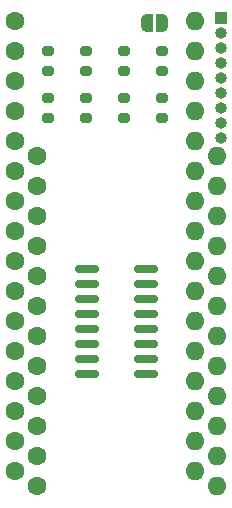
<source format=gts>
%TF.GenerationSoftware,KiCad,Pcbnew,(6.0.2)*%
%TF.CreationDate,2022-03-14T15:32:47-04:00*%
%TF.ProjectId,23XX-Adapter,32335858-2d41-4646-9170-7465722e6b69,2*%
%TF.SameCoordinates,Original*%
%TF.FileFunction,Soldermask,Top*%
%TF.FilePolarity,Negative*%
%FSLAX46Y46*%
G04 Gerber Fmt 4.6, Leading zero omitted, Abs format (unit mm)*
G04 Created by KiCad (PCBNEW (6.0.2)) date 2022-03-14 15:32:47*
%MOMM*%
%LPD*%
G01*
G04 APERTURE LIST*
G04 Aperture macros list*
%AMRoundRect*
0 Rectangle with rounded corners*
0 $1 Rounding radius*
0 $2 $3 $4 $5 $6 $7 $8 $9 X,Y pos of 4 corners*
0 Add a 4 corners polygon primitive as box body*
4,1,4,$2,$3,$4,$5,$6,$7,$8,$9,$2,$3,0*
0 Add four circle primitives for the rounded corners*
1,1,$1+$1,$2,$3*
1,1,$1+$1,$4,$5*
1,1,$1+$1,$6,$7*
1,1,$1+$1,$8,$9*
0 Add four rect primitives between the rounded corners*
20,1,$1+$1,$2,$3,$4,$5,0*
20,1,$1+$1,$4,$5,$6,$7,0*
20,1,$1+$1,$6,$7,$8,$9,0*
20,1,$1+$1,$8,$9,$2,$3,0*%
%AMFreePoly0*
4,1,22,0.500000,-0.750000,0.000000,-0.750000,0.000000,-0.745033,-0.079941,-0.743568,-0.215256,-0.701293,-0.333266,-0.622738,-0.424486,-0.514219,-0.481581,-0.384460,-0.499164,-0.250000,-0.500000,-0.250000,-0.500000,0.250000,-0.499164,0.250000,-0.499963,0.256109,-0.478152,0.396186,-0.417904,0.524511,-0.324060,0.630769,-0.204165,0.706417,-0.067858,0.745374,0.000000,0.744959,0.000000,0.750000,
0.500000,0.750000,0.500000,-0.750000,0.500000,-0.750000,$1*%
%AMFreePoly1*
4,1,20,0.000000,0.744959,0.073905,0.744508,0.209726,0.703889,0.328688,0.626782,0.421226,0.519385,0.479903,0.390333,0.500000,0.250000,0.500000,-0.250000,0.499851,-0.262216,0.476331,-0.402017,0.414519,-0.529596,0.319384,-0.634700,0.198574,-0.708877,0.061801,-0.746166,0.000000,-0.745033,0.000000,-0.750000,-0.500000,-0.750000,-0.500000,0.750000,0.000000,0.750000,0.000000,0.744959,
0.000000,0.744959,$1*%
G04 Aperture macros list end*
%ADD10RoundRect,0.200000X0.275000X-0.200000X0.275000X0.200000X-0.275000X0.200000X-0.275000X-0.200000X0*%
%ADD11RoundRect,0.200000X-0.275000X0.200000X-0.275000X-0.200000X0.275000X-0.200000X0.275000X0.200000X0*%
%ADD12C,1.600000*%
%ADD13O,1.600000X1.600000*%
%ADD14O,1.000000X1.000000*%
%ADD15R,1.000000X1.000000*%
%ADD16FreePoly0,180.000000*%
%ADD17FreePoly1,180.000000*%
%ADD18RoundRect,0.150000X-0.825000X-0.150000X0.825000X-0.150000X0.825000X0.150000X-0.825000X0.150000X0*%
G04 APERTURE END LIST*
D10*
X146031000Y-82533000D03*
X146031000Y-80883000D03*
D11*
X146031000Y-76930000D03*
X146031000Y-78580000D03*
X149269000Y-76930000D03*
X149269000Y-78580000D03*
D10*
X142793000Y-82533000D03*
X142793000Y-80883000D03*
D11*
X142793000Y-76930000D03*
X142793000Y-78580000D03*
D10*
X152507000Y-82533000D03*
X152507000Y-80883000D03*
D11*
X152507000Y-76930000D03*
X152507000Y-78580000D03*
D10*
X149269000Y-82533000D03*
X149269000Y-80883000D03*
D12*
X140030000Y-74390000D03*
X140030000Y-76930000D03*
X140030000Y-79470000D03*
X140030000Y-82010000D03*
X140030000Y-84550000D03*
X140030000Y-87090000D03*
X140030000Y-89630000D03*
X140030000Y-92170000D03*
X140030000Y-94710000D03*
X140030000Y-97250000D03*
X140030000Y-99790000D03*
X140030000Y-102330000D03*
X140030000Y-104870000D03*
X140030000Y-107410000D03*
X140030000Y-109950000D03*
X140030000Y-112490000D03*
D13*
X155270000Y-112490000D03*
X155270000Y-109950000D03*
X155270000Y-107410000D03*
X155270000Y-104870000D03*
X155270000Y-102330000D03*
X155270000Y-99790000D03*
X155270000Y-97250000D03*
X155270000Y-94710000D03*
X155270000Y-92170000D03*
X155270000Y-89630000D03*
X155270000Y-87090000D03*
X155270000Y-84550000D03*
X155270000Y-82010000D03*
X155270000Y-79470000D03*
X155270000Y-76930000D03*
X155270000Y-74390000D03*
D14*
X157475000Y-84250000D03*
X157475000Y-82980000D03*
X157475000Y-81710000D03*
X157475000Y-80440000D03*
X157475000Y-79170000D03*
X157475000Y-77900000D03*
X157475000Y-76630000D03*
X157475000Y-75360000D03*
D12*
X141935000Y-85820000D03*
X141935000Y-88360000D03*
X141935000Y-90900000D03*
X141935000Y-93440000D03*
X141935000Y-95980000D03*
X141935000Y-98520000D03*
X141935000Y-101060000D03*
X141935000Y-103600000D03*
X141935000Y-106140000D03*
X141935000Y-108680000D03*
X141935000Y-111220000D03*
X141935000Y-113760000D03*
D13*
X157175000Y-113760000D03*
X157175000Y-111220000D03*
X157175000Y-108680000D03*
X157175000Y-106140000D03*
X157175000Y-103600000D03*
X157175000Y-101060000D03*
X157175000Y-98520000D03*
X157175000Y-95980000D03*
X157175000Y-93440000D03*
X157175000Y-90900000D03*
X157175000Y-88360000D03*
X157175000Y-85820000D03*
D15*
X157475000Y-74090000D03*
D16*
X152497000Y-74537500D03*
D17*
X151197000Y-74537500D03*
D18*
X146142500Y-95330000D03*
X146142500Y-96600000D03*
X146142500Y-97870000D03*
X146142500Y-99140000D03*
X146142500Y-100410000D03*
X146142500Y-101680000D03*
X146142500Y-102950000D03*
X146142500Y-104220000D03*
X151092500Y-104220000D03*
X151092500Y-102950000D03*
X151092500Y-101680000D03*
X151092500Y-100410000D03*
X151092500Y-99140000D03*
X151092500Y-97870000D03*
X151092500Y-96600000D03*
X151092500Y-95330000D03*
M02*

</source>
